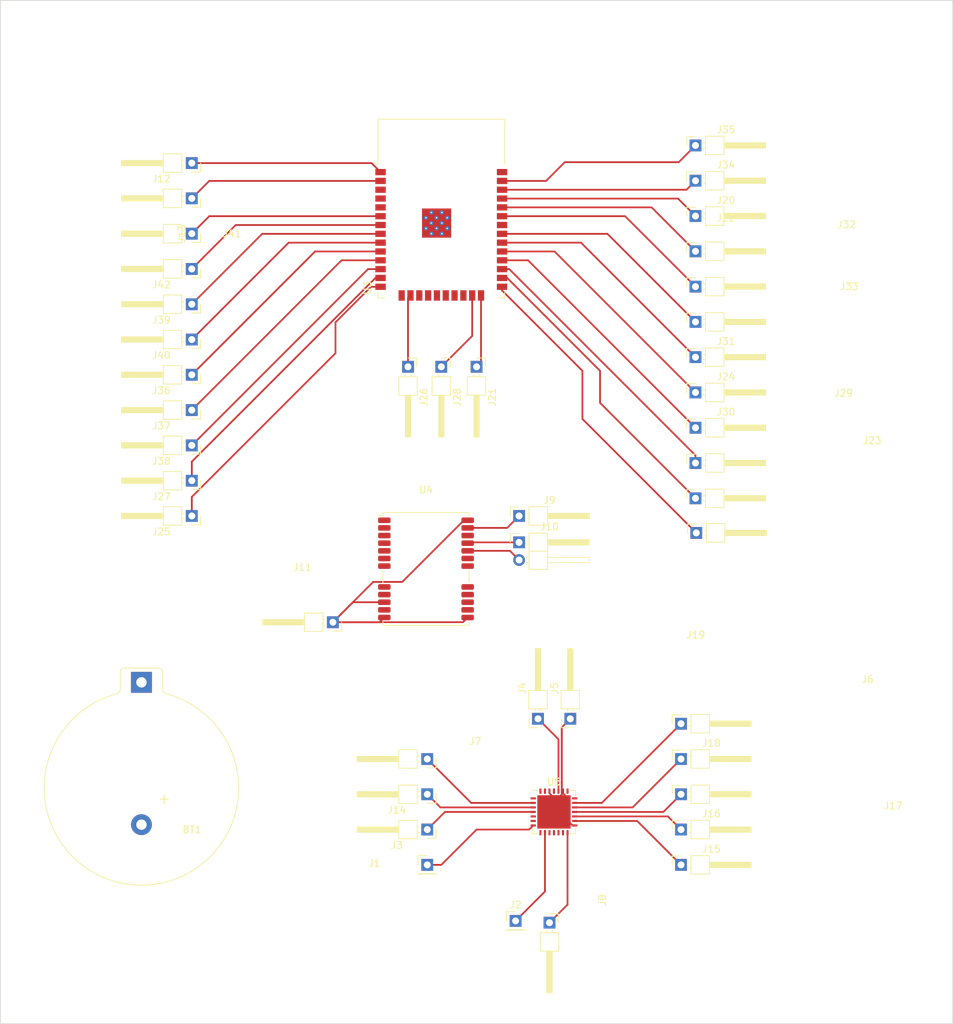
<source format=kicad_pcb>
(kicad_pcb (version 20221018) (generator pcbnew)
  (layers (0 "F.Cu" signal) (31 "B.Cu" signal) (34 "B.Paste" user) (35 "F.Paste" user) (36 "B.SilkS" user "B.Silkscreen") (37 "F.SilkS" user "F.Silkscreen") (38 "B.Mask" user) (39 "F.Mask" user) (44 "Edge.Cuts" user))
  (net 0 "")
  (net 1 "Net-(J1-Pin_1)")
  (net 2 "Net-(J2-Pin_1)")
  (net 3 "Net-(J3-Pin_1)")
  (net 4 "Net-(J6-Pin_1)")
  (net 5 "Net-(J7-Pin_1)")
  (net 6 "Net-(J10-Pin_2)")
  (net 7 "Net-(J10-Pin_1)")
  (net 8 "Net-(J8-Pin_1)")
  (net 50 "Net-(J13-Pin_1)")
  (net 51 "Net-(J12-Pin_1)")
  (net 52 "Net-(J11-Pin_1)")
  (net 53 "Net-(J4-Pin_1)")
  (net 54 "Net-(J5-Pin_1)")
  (net 55 "Net-(J9-Pin_1)")
  (net 56 "Net-(J14-Pin_1)")
  (net 57 "Net-(J15-Pin_1)")
  (net 58 "Net-(J16-Pin_1)")
  (net 59 "Net-(J17-Pin_1)")
  (net 60 "Net-(J18-Pin_1)")
  (net 61 "Net-(J19-Pin_1)")
  (net 62 "Net-(J20-Pin_1)")
  (net 63 "Net-(J21-Pin_1)")
  (net 64 "Net-(J22-Pin_1)")
  (net 65 "Net-(J23-Pin_1)")
  (net 66 "Net-(J24-Pin_1)")
  (net 67 "Net-(J25-Pin_1)")
  (net 68 "Net-(J26-Pin_1)")
  (net 69 "Net-(J27-Pin_1)")
  (net 70 "Net-(J28-Pin_1)")
  (net 71 "Net-(J29-Pin_1)")
  (net 72 "Net-(J30-Pin_1)")
  (net 73 "Net-(J31-Pin_1)")
  (net 74 "Net-(J32-Pin_1)")
  (net 75 "Net-(J33-Pin_1)")
  (net 76 "Net-(J34-Pin_1)")
  (net 77 "Net-(J35-Pin_1)")
  (net 78 "Net-(J36-Pin_1)")
  (net 79 "Net-(J37-Pin_1)")
  (net 80 "Net-(J38-Pin_1)")
  (net 81 "Net-(J39-Pin_1)")
  (net 82 "Net-(J40-Pin_1)")
  (net 83 "Net-(J41-Pin_1)")
  (net 84 "Net-(J42-Pin_1)")
  (footprint "Connector_PinHeader_2.54mm:PinHeader_1x01_P2.54mm_Horizontal" (layer "F.Cu") (at 168.8025 91.91)
    (fp_text reference "J19" (at -0.0725 14.66042) (layer "F.SilkS"))
    (fp_text value "Conn_01x01")
    (pad "1" thru_hole rect (at 0 0) (size 1.7 1.7) (drill 1) (layers "*.Cu" "*.Mask") (net 61 "Net-(J19-Pin_1)"))
  )
  (footprint "Connector_PinHeader_2.54mm:PinHeader_1x01_P2.54mm_Horizontal" (layer "F.Cu") (at 96.15 43.75 180)
    (fp_text reference "J13" (at 1.44 -5.08 270) (layer "F.SilkS"))
    (fp_text value "Conn_01x01")
    (pad "1" thru_hole rect (at 0 0 180) (size 1.7 1.7) (drill 1) (layers "*.Cu" "*.Mask") (net 50 "Net-(J13-Pin_1)"))
  )
  (footprint "Connector_PinHeader_2.54mm:PinHeader_1x01_P2.54mm_Horizontal" (layer "F.Cu") (at 96.15 53.91 180)
    (fp_text reference "J42" (at 4.385 -2.27) (layer "F.SilkS"))
    (fp_text value "Conn_01x01")
    (pad "1" thru_hole rect (at 0 0 180) (size 1.7 1.7) (drill 1) (layers "*.Cu" "*.Mask") (net 84 "Net-(J42-Pin_1)"))
  )
  (footprint "Connector_PinHeader_2.54mm:PinHeader_1x01_P2.54mm_Horizontal" (layer "F.Cu") (at 147.655 148.025 -90)
    (fp_text reference "J8" (at -3.245 -7.62 90) (layer "F.SilkS"))
    (fp_text value "Conn_01x01")
    (pad "1" thru_hole rect (at 0 0 270) (size 1.7 1.7) (drill 1) (layers "*.Cu" "*.Mask") (net 8 "Net-(J8-Pin_1)"))
  )
  (footprint "Connector_PinHeader_2.54mm:PinHeader_1x01_P2.54mm_Horizontal" (layer "F.Cu") (at 130.06 134.62 180)
    (fp_text reference "J3" (at 4.385 -2.27) (layer "F.SilkS"))
    (fp_text value "Conn_01x01")
    (pad "1" thru_hole rect (at 0 0 180) (size 1.7 1.7) (drill 1) (layers "*.Cu" "*.Mask") (net 3 "Net-(J3-Pin_1)"))
  )
  (footprint "Connector_PinHeader_2.54mm:PinHeader_1x01_P2.54mm_Horizontal" (layer "F.Cu") (at 96.15 79.31 180)
    (fp_text reference "J38" (at 4.385 -2.27) (layer "F.SilkS"))
    (fp_text value "Conn_01x01")
    (pad "1" thru_hole rect (at 0 0 180) (size 1.7 1.7) (drill 1) (layers "*.Cu" "*.Mask") (net 80 "Net-(J38-Pin_1)"))
  )
  (footprint "Connector_PinHeader_2.54mm:PinHeader_1x01_P2.54mm_Horizontal" (layer "F.Cu") (at 130.06 124.46 180)
    (fp_text reference "J7" (at -6.915 2.54) (layer "F.SilkS"))
    (fp_text value "Conn_01x01")
    (pad "1" thru_hole rect (at 0 0 180) (size 1.7 1.7) (drill 1) (layers "*.Cu" "*.Mask") (net 5 "Net-(J7-Pin_1)"))
  )
  (footprint "Connector_PinHeader_2.54mm:PinHeader_1x01_P2.54mm_Horizontal" (layer "F.Cu") (at 168.68 41.21)
    (fp_text reference "J34" (at 4.385 -2.27) (layer "F.SilkS"))
    (fp_text value "Conn_01x01")
    (pad "1" thru_hole rect (at 0 0) (size 1.7 1.7) (drill 1) (layers "*.Cu" "*.Mask") (net 76 "Net-(J34-Pin_1)"))
  )
  (footprint "Connector_PinHeader_2.54mm:PinHeader_1x01_P2.54mm_Horizontal" (layer "F.Cu") (at 143.28 89.47)
    (fp_text reference "J9" (at 4.385 -2.27) (layer "F.SilkS"))
    (fp_text value "Conn_01x01")
    (pad "1" thru_hole rect (at 0 0) (size 1.7 1.7) (drill 1) (layers "*.Cu" "*.Mask") (net 55 "Net-(J9-Pin_1)"))
  )
  (footprint "Connector_PinHeader_2.54mm:PinHeader_1x01_P2.54mm_Horizontal" (layer "F.Cu") (at 168.68 36.13)
    (fp_text reference "J35" (at 4.385 -2.27) (layer "F.SilkS"))
    (fp_text value "Conn_01x01")
    (pad "1" thru_hole rect (at 0 0) (size 1.7 1.7) (drill 1) (layers "*.Cu" "*.Mask") (net 77 "Net-(J35-Pin_1)"))
  )
  (footprint "Connector_PinHeader_2.54mm:PinHeader_1x01_P2.54mm_Horizontal" (layer "F.Cu") (at 132.08 67.99458 -90)
    (fp_text reference "J28" (at 4.385 -2.27 90) (layer "F.SilkS"))
    (fp_text value "Conn_01x01")
    (pad "1" thru_hole rect (at 0 0 270) (size 1.7 1.7) (drill 1) (layers "*.Cu" "*.Mask") (net 70 "Net-(J28-Pin_1)"))
  )
  (footprint "RF_Module:ESP32-WROOM-32" (layer "F.Cu") (at 132.08 48.215)
    (fp_text reference "U3" (at -10.61 8.43 90) (layer "F.SilkS"))
    (fp_text value "ESP32-WROOM-32")
    (pad "1" smd rect (at -8.75 -8.25) (size 1.5 0.9) (layers "F.Cu" "F.Paste" "F.Mask") (net 51 "Net-(J12-Pin_1)"))
    (pad "2" smd rect (at -8.75 -6.98) (size 1.5 0.9) (layers "F.Cu" "F.Paste" "F.Mask") (net 50 "Net-(J13-Pin_1)"))
    (pad "3" smd rect (at -8.75 -5.71) (size 1.5 0.9) (layers "F.Cu" "F.Paste" "F.Mask"))
    (pad "4" smd rect (at -8.75 -4.44) (size 1.5 0.9) (layers "F.Cu" "F.Paste" "F.Mask"))
    (pad "5" smd rect (at -8.75 -3.17) (size 1.5 0.9) (layers "F.Cu" "F.Paste" "F.Mask"))
    (pad "6" smd rect (at -8.75 -1.9) (size 1.5 0.9) (layers "F.Cu" "F.Paste" "F.Mask") (net 83 "Net-(J41-Pin_1)"))
    (pad "7" smd rect (at -8.75 -0.63) (size 1.5 0.9) (layers "F.Cu" "F.Paste" "F.Mask") (net 84 "Net-(J42-Pin_1)"))
    (pad "8" smd rect (at -8.75 0.64) (size 1.5 0.9) (layers "F.Cu" "F.Paste" "F.Mask") (net 81 "Net-(J39-Pin_1)"))
    (pad "9" smd rect (at -8.75 1.91) (size 1.5 0.9) (layers "F.Cu" "F.Paste" "F.Mask") (net 82 "Net-(J40-Pin_1)"))
    (pad "10" smd rect (at -8.75 3.18) (size 1.5 0.9) (layers "F.Cu" "F.Paste" "F.Mask") (net 78 "Net-(J36-Pin_1)"))
    (pad "11" smd rect (at -8.75 4.45) (size 1.5 0.9) (layers "F.Cu" "F.Paste" "F.Mask") (net 79 "Net-(J37-Pin_1)"))
    (pad "12" smd rect (at -8.75 5.72) (size 1.5 0.9) (layers "F.Cu" "F.Paste" "F.Mask") (net 80 "Net-(J38-Pin_1)"))
    (pad "13" smd rect (at -8.75 6.99) (size 1.5 0.9) (layers "F.Cu" "F.Paste" "F.Mask") (net 69 "Net-(J27-Pin_1)"))
    (pad "14" smd rect (at -8.75 8.26) (size 1.5 0.9) (layers "F.Cu" "F.Paste" "F.Mask") (net 67 "Net-(J25-Pin_1)"))
    (pad "15" smd rect (at -5.71 9.51 90) (size 1.5 0.9) (layers "F.Cu" "F.Paste" "F.Mask") (net 51 "Net-(J12-Pin_1)"))
    (pad "16" smd rect (at -4.44 9.51 90) (size 1.5 0.9) (layers "F.Cu" "F.Paste" "F.Mask") (net 68 "Net-(J26-Pin_1)"))
    (pad "17" smd rect (at -3.17 9.51 90) (size 1.5 0.9) (layers "F.Cu" "F.Paste" "F.Mask"))
    (pad "18" smd rect (at -1.9 9.51 90) (size 1.5 0.9) (layers "F.Cu" "F.Paste" "F.Mask"))
    (pad "19" smd rect (at -0.63 9.51 90) (size 1.5 0.9) (layers "F.Cu" "F.Paste" "F.Mask"))
    (pad "20" smd rect (at 0.64 9.51 90) (size 1.5 0.9) (layers "F.Cu" "F.Paste" "F.Mask"))
    (pad "21" smd rect (at 1.91 9.51 90) (size 1.5 0.9) (layers "F.Cu" "F.Paste" "F.Mask"))
    (pad "22" smd rect (at 3.18 9.51 90) (size 1.5 0.9) (layers "F.Cu" "F.Paste" "F.Mask"))
    (pad "23" smd rect (at 4.45 9.51 90) (size 1.5 0.9) (layers "F.Cu" "F.Paste" "F.Mask") (net 70 "Net-(J28-Pin_1)"))
    (pad "24" smd rect (at 5.72 9.51 90) (size 1.5 0.9) (layers "F.Cu" "F.Paste" "F.Mask") (net 63 "Net-(J21-Pin_1)"))
    (pad "25" smd rect (at 8.75 8.26) (size 1.5 0.9) (layers "F.Cu" "F.Paste" "F.Mask") (net 61 "Net-(J19-Pin_1)"))
    (pad "26" smd rect (at 8.75 6.99) (size 1.5 0.9) (layers "F.Cu" "F.Paste" "F.Mask") (net 65 "Net-(J23-Pin_1)"))
    (pad "27" smd rect (at 8.75 5.72) (size 1.5 0.9) (layers "F.Cu" "F.Paste" "F.Mask") (net 71 "Net-(J29-Pin_1)"))
    (pad "28" smd rect (at 8.75 4.45) (size 1.5 0.9) (layers "F.Cu" "F.Paste" "F.Mask") (net 72 "Net-(J30-Pin_1)"))
    (pad "29" smd rect (at 8.75 3.18) (size 1.5 0.9) (layers "F.Cu" "F.Paste" "F.Mask") (net 66 "Net-(J24-Pin_1)"))
    (pad "30" smd rect (at 8.75 1.91) (size 1.5 0.9) (layers "F.Cu" "F.Paste" "F.Mask") (net 73 "Net-(J31-Pin_1)"))
    (pad "31" smd rect (at 8.75 0.64) (size 1.5 0.9) (layers "F.Cu" "F.Paste" "F.Mask") (net 74 "Net-(J32-Pin_1)"))
    (pad "32" smd rect (at 8.75 -0.63) (size 1.5 0.9) (layers "F.Cu" "F.Paste" "F.Mask"))
    (pad "33" smd rect (at 8.75 -1.9) (size 1.5 0.9) (layers "F.Cu" "F.Paste" "F.Mask") (net 75 "Net-(J33-Pin_1)"))
    (pad "34" smd rect (at 8.75 -3.17) (size 1.5 0.9) (layers "F.Cu" "F.Paste" "F.Mask") (net 64 "Net-(J22-Pin_1)"))
    (pad "35" smd rect (at 8.75 -4.44) (size 1.5 0.9) (layers "F.Cu" "F.Paste" "F.Mask") (net 62 "Net-(J20-Pin_1)"))
    (pad "36" smd rect (at 8.75 -5.71) (size 1.5 0.9) (layers "F.Cu" "F.Paste" "F.Mask") (net 76 "Net-(J34-Pin_1)"))
    (pad "37" smd rect (at 8.75 -6.98) (size 1.5 0.9) (layers "F.Cu" "F.Paste" "F.Mask") (net 77 "Net-(J35-Pin_1)"))
    (pad "38" smd rect (at 8.75 -8.25) (size 1.5 0.9) (layers "F.Cu" "F.Paste" "F.Mask") (net 51 "Net-(J12-Pin_1)"))
    (pad "39" smd rect (at -2.205 -2.435) (size 1.05 1.05) (layers "F.Cu" "F.Paste") (net 51 "Net-(J12-Pin_1)"))
    (pad "39" thru_hole circle (at -2.205 -1.6725) (size 0.6 0.6) (drill 0.2) (property pad_prop_heatsink) (layers "*.Cu" "F.Mask") (net 51 "Net-(J12-Pin_1)"))
    (pad "39" smd rect (at -2.205 -0.91) (size 1.05 1.05) (layers "F.Cu" "F.Paste") (net 51 "Net-(J12-Pin_1)"))
    (pad "39" thru_hole circle (at -2.205 -0.1475) (size 0.6 0.6) (drill 0.2) (property pad_prop_heatsink) (layers "*.Cu" "F.Mask") (net 51 "Net-(J12-Pin_1)"))
    (pad "39" smd rect (at -2.205 0.615) (size 1.05 1.05) (layers "F.Cu" "F.Paste") (net 51 "Net-(J12-Pin_1)"))
    (pad "39" thru_hole circle (at -1.4425 -2.435) (size 0.6 0.6) (drill 0.2) (property pad_prop_heatsink) (layers "*.Cu" "F.Mask") (net 51 "Net-(J12-Pin_1)"))
    (pad "39" thru_hole circle (at -1.4425 -0.91) (size 0.6 0.6) (drill 0.2) (property pad_prop_heatsink) (layers "*.Cu" "F.Mask") (net 51 "Net-(J12-Pin_1)"))
    (pad "39" thru_hole circle (at -1.4425 0.615) (size 0.6 0.6) (drill 0.2) (property pad_prop_heatsink) (layers "*.Cu" "F.Mask") (net 51 "Net-(J12-Pin_1)"))
    (pad "39" smd rect (at -0.68 -2.435) (size 1.05 1.05) (layers "F.Cu" "F.Paste") (net 51 "Net-(J12-Pin_1)"))
    (pad "39" thru_hole circle (at -0.68 -1.6725) (size 0.6 0.6) (drill 0.2) (property pad_prop_heatsink) (layers "*.Cu" "F.Mask") (net 51 "Net-(J12-Pin_1)"))
    (pad "39" smd rect (at -0.68 -0.91) (size 1.05 1.05) (layers "F.Cu" "F.Paste") (net 51 "Net-(J12-Pin_1)"))
    (pad "39" smd rect (at -0.68 -0.91) (size 4.2 4.2) (layers "F.Cu" "F.Mask") (net 51 "Net-(J12-Pin_1)"))
    (pad "39" thru_hole circle (at -0.68 -0.1475) (size 0.6 0.6) (drill 0.2) (property pad_prop_heatsink) (layers "*.Cu" "F.Mask") (net 51 "Net-(J12-Pin_1)"))
    (pad "39" smd rect (at -0.68 0.615) (size 1.05 1.05) (layers "F.Cu" "F.Paste") (net 51 "Net-(J12-Pin_1)"))
    (pad "39" thru_hole circle (at 0.0825 -2.435) (size 0.6 0.6) (drill 0.2) (property pad_prop_heatsink) (layers "*.Cu" "F.Mask") (net 51 "Net-(J12-Pin_1)"))
    (pad "39" thru_hole circle (at 0.0825 -0.91) (size 0.6 0.6) (drill 0.2) (property pad_prop_heatsink) (layers "*.Cu" "F.Mask") (net 51 "Net-(J12-Pin_1)"))
    (pad "39" thru_hole circle (at 0.0825 0.615) (size 0.6 0.6) (drill 0.2) (property pad_prop_heatsink) (layers "*.Cu" "F.Mask") (net 51 "Net-(J12-Pin_1)"))
    (pad "39" smd rect (at 0.845 -2.435) (size 1.05 1.05) (layers "F.Cu" "F.Paste") (net 51 "Net-(J12-Pin_1)"))
    (pad "39" thru_hole circle (at 0.845 -1.6725) (size 0.6 0.6) (drill 0.2) (property pad_prop_heatsink) (layers "*.Cu" "F.Mask") (net 51 "Net-(J12-Pin_1)"))
    (pad "39" smd rect (at 0.845 -0.91) (size 1.05 1.05) (layers "F.Cu" "F.Paste") (net 51 "Net-(J12-Pin_1)"))
    (pad "39" thru_hole circle (at 0.845 -0.1475) (size 0.6 0.6) (drill 0.2) (property pad_prop_heatsink) (layers "*.Cu" "F.Mask") (net 51 "Net-(J12-Pin_1)"))
    (pad "39" smd rect (at 0.845 0.615) (size 1.05 1.05) (layers "F.Cu" "F.Paste") (net 51 "Net-(J12-Pin_1)"))
  )
  (footprint "Connector_PinHeader_2.54mm:PinHeader_1x01_P2.54mm_Horizontal" (layer "F.Cu") (at 96.15 74.23 180)
    (fp_text reference "J37" (at 4.385 -2.27) (layer "F.SilkS"))
    (fp_text value "Conn_01x01")
    (pad "1" thru_hole rect (at 0 0 180) (size 1.7 1.7) (drill 1) (layers "*.Cu" "*.Mask") (net 79 "Net-(J37-Pin_1)"))
  )
  (footprint "Connector_PinHeader_2.54mm:PinHeader_1x01_P2.54mm_Horizontal" (layer "F.Cu") (at 168.68 56.45)
    (fp_text reference "J33" (at 22.155 0) (layer "F.SilkS"))
    (fp_text value "Conn_01x01")
    (pad "1" thru_hole rect (at 0 0) (size 1.7 1.7) (drill 1) (layers "*.Cu" "*.Mask") (net 75 "Net-(J33-Pin_1)"))
  )
  (footprint "Connector_PinHeader_2.54mm:PinHeader_1x01_P2.54mm_Horizontal" (layer "F.Cu") (at 116.47 104.77 180)
    (fp_text reference "J11" (at 4.385 7.89) (layer "F.SilkS"))
    (fp_text value "Conn_01x01")
    (pad "1" thru_hole rect (at 0 0 180) (size 1.7 1.7) (drill 1) (layers "*.Cu" "*.Mask") (net 52 "Net-(J11-Pin_1)"))
  )
  (footprint "Connector_PinHeader_2.54mm:PinHeader_1x01_P2.54mm_Horizontal" (layer "F.Cu") (at 168.68 81.85)
    (fp_text reference "J29" (at 21.3325 -10.06) (layer "F.SilkS"))
    (fp_text value "Conn_01x01")
    (pad "1" thru_hole rect (at 0 0) (size 1.7 1.7) (drill 1) (layers "*.Cu" "*.Mask") (net 71 "Net-(J29-Pin_1)"))
  )
  (footprint "Connector_PinHeader_2.54mm:PinHeader_1x01_P2.54mm_Horizontal" (layer "F.Cu") (at 168.68 61.53)
    (fp_text reference "J32" (at 21.7625 -14.01) (layer "F.SilkS"))
    (fp_text value "Conn_01x01")
    (pad "1" thru_hole rect (at 0 0) (size 1.7 1.7) (drill 1) (layers "*.Cu" "*.Mask") (net 74 "Net-(J32-Pin_1)"))
  )
  (footprint "Connector_PinHeader_2.54mm:PinHeader_1x01_P2.54mm_Horizontal" (layer "F.Cu") (at 146.005 118.675 90)
    (fp_text reference "J4" (at 4.385 -2.27 90) (layer "F.SilkS"))
    (fp_text value "Conn_01x01")
    (pad "1" thru_hole rect (at 0 0 90) (size 1.7 1.7) (drill 1) (layers "*.Cu" "*.Mask") (net 53 "Net-(J4-Pin_1)"))
  )
  (footprint "Connector_PinHeader_2.54mm:PinHeader_1x01_P2.54mm_Horizontal" (layer "F.Cu") (at 168.68 51.37)
    (fp_text reference "J22" (at 4.385 -4.81) (layer "F.SilkS"))
    (fp_text value "Conn_01x01")
    (pad "1" thru_hole rect (at 0 0) (size 1.7 1.7) (drill 1) (layers "*.Cu" "*.Mask") (net 64 "Net-(J22-Pin_1)"))
  )
  (footprint "Connector_PinHeader_2.54mm:PinHeader_1x01_P2.54mm_Horizontal" (layer "F.Cu") (at 96.15 89.47 180)
    (fp_text reference "J25" (at 4.385 -2.27) (layer "F.SilkS"))
    (fp_text value "Conn_01x01")
    (pad "1" thru_hole rect (at 0 0 180) (size 1.7 1.7) (drill 1) (layers "*.Cu" "*.Mask") (net 67 "Net-(J25-Pin_1)"))
  )
  (footprint "Connector_PinHeader_2.54mm:PinHeader_1x02_P2.54mm_Horizontal" (layer "F.Cu") (at 143.28 93.275)
    (fp_text reference "J10" (at 4.385 -2.27) (layer "F.SilkS"))
    (fp_text value "Conn_01x02")
    (pad "1" thru_hole rect (at 0 0) (size 1.7 1.7) (drill 1) (layers "*.Cu" "*.Mask") (net 7 "Net-(J10-Pin_1)"))
    (pad "2" thru_hole oval (at 0 2.54) (size 1.7 1.7) (drill 1) (layers "*.Cu" "*.Mask") (net 6 "Net-(J10-Pin_2)"))
  )
  (footprint "Connector_PinHeader_2.54mm:PinHeader_1x01_P2.54mm_Horizontal" (layer "F.Cu") (at 168.68 76.77)
    (fp_text reference "J30" (at 4.385 -2.27) (layer "F.SilkS"))
    (fp_text value "Conn_01x01")
    (pad "1" thru_hole rect (at 0 0) (size 1.7 1.7) (drill 1) (layers "*.Cu" "*.Mask") (net 72 "Net-(J30-Pin_1)"))
  )
  (footprint "Connector_PinHeader_2.54mm:PinHeader_1x01_P2.54mm_Horizontal" (layer "F.Cu") (at 96.15 48.83 180)
    (fp_text reference "J41" (at -5.785 0) (layer "F.SilkS"))
    (fp_text value "Conn_01x01")
    (pad "1" thru_hole rect (at 0 0 180) (size 1.7 1.7) (drill 1) (layers "*.Cu" "*.Mask") (net 83 "Net-(J41-Pin_1)"))
  )
  (footprint "Connector_PinHeader_2.54mm:PinHeader_1x01_P2.54mm_Horizontal" (layer "F.Cu") (at 137.16 67.99458 -90)
    (fp_text reference "J21" (at 4.385 -2.27 90) (layer "F.SilkS"))
    (fp_text value "Conn_01x01")
    (pad "1" thru_hole rect (at 0 0 270) (size 1.7 1.7) (drill 1) (layers "*.Cu" "*.Mask") (net 63 "Net-(J21-Pin_1)"))
  )
  (footprint "Connector_PinHeader_2.54mm:PinHeader_1x01_P2.54mm_Horizontal" (layer "F.Cu") (at 96.15 58.99 180)
    (fp_text reference "J39" (at 4.385 -2.27) (layer "F.SilkS"))
    (fp_text value "Conn_01x01")
    (pad "1" thru_hole rect (at 0 0 180) (size 1.7 1.7) (drill 1) (layers "*.Cu" "*.Mask") (net 81 "Net-(J39-Pin_1)"))
  )
  (footprint "Connector_PinHeader_2.54mm:PinHeader_1x01_P2.54mm_Horizontal" (layer "F.Cu") (at 166.6 129.54)
    (fp_text reference "J17" (at 30.545 1.66458) (layer "F.SilkS"))
    (fp_text value "Conn_01x01")
    (pad "1" thru_hole rect (at 0 0) (size 1.7 1.7) (drill 1) (layers "*.Cu" "*.Mask") (net 59 "Net-(J17-Pin_1)"))
  )
  (footprint "RF_GPS:ublox_NEO" (layer "F.Cu") (at 129.875 97.09)
    (fp_text reference "U4" (at 0.01 -11.38) (layer "F.SilkS"))
    (fp_text value "NEO-6M-GPS")
    (pad "1" smd roundrect (at -6 -7) (size 1.8 0.8) (layers "F.Cu" "F.Paste" "F.Mask"))
    (pad "2" smd roundrect (at -6 -5.9) (size 1.8 0.8) (layers "F.Cu" "F.Paste" "F.Mask"))
    (pad "3" smd roundrect (at -6 -4.8) (size 1.8 0.8) (layers "F.Cu" "F.Paste" "F.Mask"))
    (pad "4" smd roundrect (at -6 -3.7) (size 1.8 0.8) (layers "F.Cu" "F.Paste" "F.Mask"))
    (pad "5" smd roundrect (at -6 -2.6) (size 1.8 0.8) (layers "F.Cu" "F.Paste" "F.Mask"))
    (pad "6" smd roundrect (at -6 -1.5) (size 1.8 0.8) (layers "F.Cu" "F.Paste" "F.Mask"))
    (pad "7" smd roundrect (at -6 -0.4) (size 1.8 0.8) (layers "F.Cu" "F.Paste" "F.Mask"))
    (pad "8" smd roundrect (at -6 2.6) (size 1.8 0.8) (layers "F.Cu" "F.Paste" "F.Mask"))
    (pad "9" smd roundrect (at -6 3.7) (size 1.8 0.8) (layers "F.Cu" "F.Paste" "F.Mask"))
    (pad "10" smd roundrect (at -6 4.8) (size 1.8 0.8) (layers "F.Cu" "F.Paste" "F.Mask") (net 52 "Net-(J11-Pin_1)"))
    (pad "11" smd roundrect (at -6 5.9) (size 1.8 0.8) (layers "F.Cu" "F.Paste" "F.Mask"))
    (pad "12" smd roundrect (at -6 7) (size 1.8 0.8) (layers "F.Cu" "F.Paste" "F.Mask") (net 52 "Net-(J11-Pin_1)"))
    (pad "13" smd roundrect (at 6 7) (size 1.8 0.8) (layers "F.Cu" "F.Paste" "F.Mask") (net 52 "Net-(J11-Pin_1)"))
    (pad "14" smd roundrect (at 6 5.9) (size 1.8 0.8) (layers "F.Cu" "F.Paste" "F.Mask"))
    (pad "15" smd roundrect (at 6 4.8) (size 1.8 0.8) (layers "F.Cu" "F.Paste" "F.Mask"))
    (pad "16" smd roundrect (at 6 3.7) (size 1.8 0.8) (layers "F.Cu" "F.Paste" "F.Mask"))
    (pad "17" smd roundrect (at 6 2.6) (size 1.8 0.8) (layers "F.Cu" "F.Paste" "F.Mask"))
    (pad "18" smd roundrect (at 6 -0.4) (size 1.8 0.8) (layers "F.Cu" "F.Paste" "F.Mask"))
    (pad "19" smd roundrect (at 6 -1.5) (size 1.8 0.8) (layers "F.Cu" "F.Paste" "F.Mask"))
    (pad "20" smd roundrect (at 6 -2.6) (size 1.8 0.8) (layers "F.Cu" "F.Paste" "F.Mask") (net 6 "Net-(J10-Pin_2)"))
    (pad "21" smd roundrect (at 6 -3.7) (size 1.8 0.8) (layers "F.Cu" "F.Paste" "F.Mask") (net 7 "Net-(J10-Pin_1)"))
    (pad "22" smd roundrect (at 6 -4.8) (size 1.8 0.8) (layers "F.Cu" "F.Paste" "F.Mask"))
    (pad "23" smd roundrect (at 6 -5.9) (size 1.8 0.8) (layers "F.Cu" "F.Paste" "F.Mask") (net 55 "Net-(J9-Pin_1)"))
    (pad "24" smd roundrect (at 6 -7) (size 1.8 0.8) (layers "F.Cu" "F.Paste" "F.Mask") (net 52 "Net-(J11-Pin_1)"))
  )
  (footprint "Connector_PinHeader_2.54mm:PinHeader_1x01_P2.54mm_Horizontal" (layer "F.Cu") (at 168.68 71.69)
    (fp_text reference "J24" (at 4.385 -2.27) (layer "F.SilkS"))
    (fp_text value "Conn_01x01")
    (pad "1" thru_hole rect (at 0 0) (size 1.7 1.7) (drill 1) (layers "*.Cu" "*.Mask") (net 66 "Net-(J24-Pin_1)"))
  )
  (footprint "Connector_PinHeader_2.54mm:PinHeader_1x01_P2.54mm_Vertical" (layer "F.Cu") (at 142.7775 147.7675)
    (fp_text reference "J2" (at 0 -2.33) (layer "F.SilkS"))
    (fp_text value "Conn_01x01")
    (pad "1" thru_hole rect (at 0 0) (size 1.7 1.7) (drill 1) (layers "*.Cu" "*.Mask") (net 2 "Net-(J2-Pin_1)"))
  )
  (footprint "Connector_PinHeader_2.54mm:PinHeader_1x01_P2.54mm_Horizontal" (layer "F.Cu") (at 166.6 139.7)
    (fp_text reference "J15" (at 4.385 -2.27) (layer "F.SilkS"))
    (fp_text value "Conn_01x01")
    (pad "1" thru_hole rect (at 0 0) (size 1.7 1.7) (drill 1) (layers "*.Cu" "*.Mask") (net 57 "Net-(J15-Pin_1)"))
  )
  (footprint "Connector_PinHeader_2.54mm:PinHeader_1x01_P2.54mm_Horizontal" (layer "F.Cu") (at 130.06 129.54 180)
    (fp_text reference "J14" (at 4.385 -2.27) (layer "F.SilkS"))
    (fp_text value "Conn_01x01")
    (pad "1" thru_hole rect (at 0 0 180) (size 1.7 1.7) (drill 1) (layers "*.Cu" "*.Mask") (net 56 "Net-(J14-Pin_1)"))
  )
  (footprint "Connector_PinHeader_2.54mm:PinHeader_1x01_P2.54mm_Horizontal" (layer "F.Cu") (at 96.15 69.15 180)
    (fp_text reference "J36" (at 4.385 -2.27) (layer "F.SilkS"))
    (fp_text value "Conn_01x01")
    (pad "1" thru_hole rect (at 0 0 180) (size 1.7 1.7) (drill 1) (layers "*.Cu" "*.Mask") (net 78 "Net-(J36-Pin_1)"))
  )
  (footprint "Connector_PinHeader_2.54mm:PinHeader_1x01_P2.54mm_Horizontal" (layer "F.Cu") (at 166.6 134.62)
    (fp_text reference "J16" (at 4.385 -2.27) (layer "F.SilkS"))
    (fp_text value "Conn_01x01")
    (pad "1" thru_hole rect (at 0 0) (size 1.7 1.7) (drill 1) (layers "*.Cu" "*.Mask") (net 58 "Net-(J16-Pin_1)"))
  )
  (footprint "Connector_PinHeader_2.54mm:PinHeader_1x01_P2.54mm_Horizontal" (layer "F.Cu") (at 168.68 86.93)
    (fp_text reference "J23" (at 25.45 -8.29958) (layer "F.SilkS"))
    (fp_text value "Conn_01x01")
    (pad "1" thru_hole rect (at 0 0) (size 1.7 1.7) (drill 1) (layers "*.Cu" "*.Mask") (net 65 "Net-(J23-Pin_1)"))
  )
  (footprint "Package_DFN_QFN:QFN-28-1EP_6x6mm_P0.65mm_EP4.8x4.8mm" (layer "F.Cu") (at 148.305 132.08)
    (fp_text reference "U5" (at 0 -4.32) (layer "F.SilkS"))
    (fp_text value "SX1276")
    (pad "1" smd roundrect (at -2.9875 -1.95) (size 0.775 0.3) (layers "F.Cu" "F.Paste" "F.Mask"))
    (pad "2" smd roundrect (at -2.9875 -1.3) (size 0.775 0.3) (layers "F.Cu" "F.Paste" "F.Mask") (net 5 "Net-(J7-Pin_1)"))
    (pad "3" smd roundrect (at -2.9875 -0.65) (size 0.775 0.3) (layers "F.Cu" "F.Paste" "F.Mask") (net 56 "Net-(J14-Pin_1)"))
    (pad "4" smd roundrect (at -2.9875 0) (size 0.775 0.3) (layers "F.Cu" "F.Paste" "F.Mask") (net 3 "Net-(J3-Pin_1)"))
    (pad "5" smd roundrect (at -2.9875 0.65) (size 0.775 0.3) (layers "F.Cu" "F.Paste" "F.Mask"))
    (pad "6" smd roundrect (at -2.9875 1.3) (size 0.775 0.3) (layers "F.Cu" "F.Paste" "F.Mask"))
    (pad "7" smd roundrect (at -2.9875 1.95) (size 0.775 0.3) (layers "F.Cu" "F.Paste" "F.Mask") (net 1 "Net-(J1-Pin_1)"))
    (pad "8" smd roundrect (at -1.95 2.9875) (size 0.3 0.775) (layers "F.Cu" "F.Paste" "F.Mask"))
    (pad "9" smd roundrect (at -1.3 2.9875) (size 0.3 0.775) (layers "F.Cu" "F.Paste" "F.Mask") (net 2 "Net-(J2-Pin_1)"))
    (pad "10" smd roundrect (at -0.65 2.9875) (size 0.3 0.775) (layers "F.Cu" "F.Paste" "F.Mask"))
    (pad "11" smd roundrect (at 0 2.9875) (size 0.3 0.775) (layers "F.Cu" "F.Paste" "F.Mask"))
    (pad "12" smd roundrect (at 0.65 2.9875) (size 0.3 0.775) (layers "F.Cu" "F.Paste" "F.Mask"))
    (pad "13" smd roundrect (at 1.3 2.9875) (size 0.3 0.775) (layers "F.Cu" "F.Paste" "F.Mask"))
    (pad "14" smd roundrect (at 1.95 2.9875) (size 0.3 0.775) (layers "F.Cu" "F.Paste" "F.Mask") (net 8 "Net-(J8-Pin_1)"))
    (pad "15" smd roundrect (at 2.9875 1.95) (size 0.775 0.3) (layers "F.Cu" "F.Paste" "F.Mask") (net 54 "Net-(J5-Pin_1)"))
    (pad "16" smd roundrect (at 2.9875 1.3) (size 0.775 0.3) (layers "F.Cu" "F.Paste" "F.Mask") (net 57 "Net-(J15-Pin_1)"))
    (pad "17" smd roundrect (at 2.9875 0.65) (size 0.775 0.3) (layers "F.Cu" "F.Paste" "F.Mask") (net 58 "Net-(J16-Pin_1)"))
    (pad "18" smd roundrect (at 2.9875 0) (size 0.775 0.3) (layers "F.Cu" "F.Paste" "F.Mask") (net 59 "Net-(J17-Pin_1)"))
    (pad "19" smd roundrect (at 2.9875 -0.65) (size 0.775 0.3) (layers "F.Cu" "F.Paste" "F.Mask") (net 60 "Net-(J18-Pin_1)"))
    (pad "20" smd roundrect (at 2.9875 -1.3) (size 0.775 0.3) (layers "F.Cu" "F.Paste" "F.Mask") (net 4 "Net-(J6-Pin_1)"))
    (pad "21" smd roundrect (at 2.9875 -1.95) (size 0.775 0.3) (layers "F.Cu" "F.Paste" "F.Mask"))
    (pad "22" smd roundrect (at 1.95 -2.9875) (size 0.3 0.775) (layers "F.Cu" "F.Paste" "F.Mask"))
    (pad "23" smd roundrect (at 1.3 -2.9875) (size 0.3 0.775) (layers "F.Cu" "F.Paste" "F.Mask") (net 54 "Net-(J5-Pin_1)"))
    (pad "24" smd roundrect (at 0.65 -2.9875) (size 0.3 0.775) (layers "F.Cu" "F.Paste" "F.Mask") (net 53 "Net-(J4-Pin_1)"))
    (pad "25" smd roundrect (at 0 -2.9875) (size 0.3 0.775) (layers "F.Cu" "F.Paste" "F.Mask"))
    (pad "26" smd roundrect (at -0.65 -2.9875) (size 0.3 0.775) (layers "F.Cu" "F.Paste" "F.Mask") (net 54 "Net-(J5-Pin_1)"))
    (pad "27" smd roundrect (at -1.3 -2.9875) (size 0.3 0.775) (layers "F.Cu" "F.Paste" "F.Mask"))
    (pad "28" smd roundrect (at -1.95 -2.9875) (size 0.3 0.775) (layers "F.Cu" "F.Paste" "F.Mask"))
    (pad "29" smd rect (at 0 0) (size 4.8 4.8) (layers "F.Cu" "F.Mask") (net 54 "Net-(J5-Pin_1)"))
  )
  (footprint "Connector_PinHeader_2.54mm:PinHeader_1x01_P2.54mm_Horizontal" (layer "F.Cu") (at 96.15 38.67 180)
    (fp_text reference "J12" (at 4.385 -2.27) (layer "F.SilkS"))
    (fp_text value "Conn_01x01")
    (pad "1" thru_hole rect (at 0 0 180) (size 1.7 1.7) (drill 1) (layers "*.Cu" "*.Mask") (net 51 "Net-(J12-Pin_1)"))
  )
  (footprint "Connector_PinHeader_2.54mm:PinHeader_1x01_P2.54mm_Horizontal" (layer "F.Cu") (at 168.68 66.61)
    (fp_text reference "J31" (at 4.385 -2.27) (layer "F.SilkS"))
    (fp_text value "Conn_01x01")
    (pad "1" thru_hole rect (at 0 0) (size 1.7 1.7) (drill 1) (layers "*.Cu" "*.Mask") (net 73 "Net-(J31-Pin_1)"))
  )
  (footprint "Connector_PinHeader_2.54mm:PinHeader_1x01_P2.54mm_Horizontal" (layer "F.Cu") (at 166.6 119.38)
    (fp_text reference "J6" (at 26.87 -6.38542) (layer "F.SilkS"))
    (fp_text value "Conn_01x01")
    (pad "1" thru_hole rect (at 0 0) (size 1.7 1.7) (drill 1) (layers "*.Cu" "*.Mask") (net 4 "Net-(J6-Pin_1)"))
  )
  (footprint "Connector_PinHeader_2.54mm:PinHeader_1x01_P2.54mm_Horizontal" (layer "F.Cu") (at 150.655 118.675 90)
    (fp_text reference "J5" (at 4.385 -2.27 90) (layer "F.SilkS"))
    (fp_text value "Conn_01x01")
    (pad "1" thru_hole rect (at 0 0 90) (size 1.7 1.7) (drill 1) (layers "*.Cu" "*.Mask") (net 54 "Net-(J5-Pin_1)"))
  )
  (footprint "Connector_PinHeader_2.54mm:PinHeader_1x01_P2.54mm_Horizontal" (layer "F.Cu") (at 96.15 64.07 180)
    (fp_text reference "J40" (at 4.385 -2.27) (layer "F.SilkS"))
    (fp_text value "Conn_01x01")
    (pad "1" thru_hole rect (at 0 0 180) (size 1.7 1.7) (drill 1) (layers "*.Cu" "*.Mask") (net 82 "Net-(J40-Pin_1)"))
  )
  (footprint "Connector_PinHeader_2.54mm:PinHeader_1x01_P2.54mm_Horizontal" (layer "F.Cu") (at 127.285 67.99458 -90)
    (fp_text reference "J26" (at 4.385 -2.27 90) (layer "F.SilkS"))
    (fp_text value "Conn_01x01")
    (pad "1" thru_hole rect (at 0 0 270) (size 1.7 1.7) (drill 1) (layers "*.Cu" "*.Mask") (net 68 "Net-(J26-Pin_1)"))
  )
  (footprint "Connector_PinHeader_2.54mm:PinHeader_1x01_P2.54mm_Vertical" (layer "F.Cu") (at 130.06 139.7)
    (fp_text reference "J1" (at -7.62 -0.22) (layer "F.SilkS"))
    (fp_text value "Conn_01x01")
    (pad "1" thru_hole rect (at 0 0) (size 1.7 1.7) (drill 1) (layers "*.Cu" "*.Mask") (net 1 "Net-(J1-Pin_1)"))
  )
  (footprint "Battery:BatteryHolder_Keystone_106_1x20mm" (layer "F.Cu") (at 88.900001 113.425 -90)
    (fp_text reference "BT1" (at 21.22 -7.27) (layer "F.SilkS"))
    (fp_text value "Battery")
    (fp_text user "+" (at 16.72 -3.27) (layer "F.SilkS") (effects (font (size 1.5 1.5))))
    (pad "1" thru_hole rect (at 0 0 270) (size 3 3) (drill 1.5) (layers "*.Cu" "*.Mask"))
    (pad "2" thru_hole circle (at 20.49 0 270) (size 3 3) (drill 1.5) (layers "*.Cu" "*.Mask"))
  )
  (footprint "Connector_PinHeader_2.54mm:PinHeader_1x01_P2.54mm_Horizontal" (layer "F.Cu") (at 166.6 124.46)
    (fp_text reference "J18" (at 4.385 -2.27) (layer "F.SilkS"))
    (fp_text value "Conn_01x01")
    (pad "1" thru_hole rect (at 0 0) (size 1.7 1.7) (drill 1) (layers "*.Cu" "*.Mask") (net 60 "Net-(J18-Pin_1)"))
  )
  (footprint "Connector_PinHeader_2.54mm:PinHeader_1x01_P2.54mm_Horizontal" (layer "F.Cu") (at 168.68 46.29)
    (fp_text reference "J20" (at 4.385 -2.27) (layer "F.SilkS"))
    (fp_text value "Conn_01x01")
    (pad "1" thru_hole rect (at 0 0) (size 1.7 1.7) (drill 1) (layers "*.Cu" "*.Mask") (net 62 "Net-(J20-Pin_1)"))
  )
  (footprint "Connector_PinHeader_2.54mm:PinHeader_1x01_P2.54mm_Horizontal" (layer "F.Cu") (at 96.15 84.39 180)
    (fp_text reference "J27" (at 4.385 -2.27) (layer "F.SilkS"))
    (fp_text value "Conn_01x01")
    (pad "1" thru_hole rect (at 0 0 180) (size 1.7 1.7) (drill 1) (layers "*.Cu" "*.Mask") (net 69 "Net-(J27-Pin_1)"))
  )
  (gr_rect (start 68.58 15.24) (end 205.74 162.56) (stroke (width 0.1)) (fill none) (layer "Edge.Cuts"))
  (segment (start 130.06 139.7) (end 132.08 139.7) (width 0.25) (layer "F.Cu") (net 1))
  (segment (start 137.16 134.62) (end 144.7275 134.62) (width 0.25) (layer "F.Cu") (net 1))
  (segment (start 132.08 139.7) (end 137.16 134.62) (width 0.25) (layer "F.Cu") (net 1))
  (segment (start 144.7275 134.62) (end 145.3175 134.03) (width 0.25) (layer "F.Cu") (net 1))
  (segment (start 147.005 143.54) (end 147.005 135.0675) (width 0.25) (layer "F.Cu") (net 2))
  (segment (start 142.7775 147.7675) (end 147.005 143.54) (width 0.25) (layer "F.Cu") (net 2))
  (segment (start 132.6 132.08) (end 145.3175 132.08) (width 0.25) (layer "F.Cu") (net 3))
  (segment (start 130.06 134.62) (end 132.6 132.08) (width 0.25) (layer "F.Cu") (net 3))
  (segment (start 155.2 130.78) (end 151.2925 130.78) (width 0.25) (layer "F.Cu") (net 4))
  (segment (start 166.6 119.38) (end 155.2 130.78) (width 0.25) (layer "F.Cu") (net 4))
  (segment (start 130.06 124.46) (end 136.38 130.78) (width 0.25) (layer "F.Cu") (net 5))
  (segment (start 136.38 130.78) (end 145.3175 130.78) (width 0.25) (layer "F.Cu") (net 5))
  (segment (start 141.955 94.49) (end 135.875 94.49) (width 0.25) (layer "F.Cu") (net 6))
  (segment (start 143.28 95.815) (end 141.955 94.49) (width 0.25) (layer "F.Cu") (net 6))
  (segment (start 135.99 93.275) (end 135.875 93.39) (width 0.25) (layer "F.Cu") (net 7))
  (segment (start 143.28 93.275) (end 135.99 93.275) (width 0.25) (layer "F.Cu") (net 7))
  (segment (start 147.655 148.025) (end 150.255 145.425) (width 0.25) (layer "F.Cu") (net 8))
  (segment (start 150.255 145.425) (end 150.255 135.0675) (width 0.25) (layer "F.Cu") (net 8))
  (segment (start 96.15 43.75) (end 98.665 41.235) (width 0.25) (layer "F.Cu") (net 50))
  (segment (start 98.665 41.235) (end 123.33 41.235) (width 0.25) (layer "F.Cu") (net 50))
  (segment (start 96.15 38.67) (end 122.035 38.67) (width 0.25) (layer "F.Cu") (net 51))
  (segment (start 122.035 38.67) (end 123.33 39.965) (width 0.25) (layer "F.Cu") (net 51))
  (segment (start 116.47 104.77) (end 135.195 104.77) (width 0.25) (layer "F.Cu") (net 52))
  (segment (start 116.47 104.77) (end 119.35 101.89) (width 0.25) (layer "F.Cu") (net 52))
  (segment (start 123.195 104.77) (end 123.875 104.09) (width 0.25) (layer "F.Cu") (net 52))
  (segment (start 116.47 104.77) (end 123.195 104.77) (width 0.25) (layer "F.Cu") (net 52))
  (segment (start 116.47 104.77) (end 122.275 98.965) (width 0.25) (layer "F.Cu") (net 52))
  (segment (start 135.195 104.77) (end 135.875 104.09) (width 0.25) (layer "F.Cu") (net 52))
  (segment (start 126.457538 98.965) (end 135.332538 90.09) (width 0.25) (layer "F.Cu") (net 52))
  (segment (start 135.332538 90.09) (end 135.875 90.09) (width 0.25) (layer "F.Cu") (net 52))
  (segment (start 122.275 98.965) (end 126.457538 98.965) (width 0.25) (layer "F.Cu") (net 52))
  (segment (start 119.35 101.89) (end 123.875 101.89) (width 0.25) (layer "F.Cu") (net 52))
  (segment (start 148.955 121.625) (end 148.955 129.0925) (width 0.25) (layer "F.Cu") (net 53))
  (segment (start 146.005 118.675) (end 148.955 121.625) (width 0.25) (layer "F.Cu") (net 53))
  (segment (start 149.195685 129.805) (end 148.064315 129.805) (width 0.25) (layer "F.Cu") (net 54))
  (segment (start 149.43 129.570685) (end 149.195685 129.805) (width 0.25) (layer "F.Cu") (net 54))
  (segment (start 149.43 119.9) (end 149.43 129.570685) (width 0.25) (layer "F.Cu") (net 54))
  (segment (start 149.43 129.220685) (end 149.86 129.650685) (width 0.25) (layer "F.Cu") (net 54))
  (segment (start 147.655 129.395685) (end 147.655 129.0925) (width 0.25) (layer "F.Cu") (net 54))
  (segment (start 150.989315 134.03) (end 151.2925 134.03) (width 0.25) (layer "F.Cu") (net 54))
  (segment (start 149.86 129.650685) (end 149.86 132.900685) (width 0.25) (layer "F.Cu") (net 54))
  (segment (start 150.655 118.675) (end 149.43 119.9) (width 0.25) (layer "F.Cu") (net 54))
  (segment (start 149.43 119.9) (end 149.43 129.220685) (width 0.25) (layer "F.Cu") (net 54))
  (segment (start 149.86 132.900685) (end 150.989315 134.03) (width 0.25) (layer "F.Cu") (net 54))
  (segment (start 148.064315 129.805) (end 147.655 129.395685) (width 0.25) (layer "F.Cu") (net 54))
  (segment (start 143.28 89.47) (end 141.56 91.19) (width 0.25) (layer "F.Cu") (net 55))
  (segment (start 141.56 91.19) (end 135.875 91.19) (width 0.25) (layer "F.Cu") (net 55))
  (segment (start 131.95 131.43) (end 145.3175 131.43) (width 0.25) (layer "F.Cu") (net 56))
  (segment (start 130.06 129.54) (end 131.95 131.43) (width 0.25) (layer "F.Cu") (net 56))
  (segment (start 166.6 139.7) (end 160.28 133.38) (width 0.25) (layer "F.Cu") (net 57))
  (segment (start 160.28 133.38) (end 151.2925 133.38) (width 0.25) (layer "F.Cu") (net 57))
  (segment (start 164.71 132.73) (end 151.2925 132.73) (width 0.25) (layer "F.Cu") (net 58))
  (segment (start 166.6 134.62) (end 164.71 132.73) (width 0.25) (layer "F.Cu") (net 58))
  (segment (start 166.6 129.54) (end 164.06 132.08) (width 0.25) (layer "F.Cu") (net 59))
  (segment (start 164.06 132.08) (end 151.03 132.08) (width 0.25) (layer "F.Cu") (net 59))
  (segment (start 159.63 131.43) (end 151.2925 131.43) (width 0.25) (layer "F.Cu") (net 60))
  (segment (start 166.6 124.46) (end 159.63 131.43) (width 0.25) (layer "F.Cu") (net 60))
  (segment (start 140.83 57.01) (end 140.83 56.475) (width 0.25) (layer "F.Cu") (net 61))
  (segment (start 152.4 68.58) (end 140.83 57.01) (width 0.25) (layer "F.Cu") (net 61))
  (segment (start 152.4 75.5075) (end 152.4 68.58) (width 0.25) (layer "F.Cu") (net 61))
  (segment (start 168.8025 91.91) (end 152.4 75.5075) (width 0.25) (layer "F.Cu") (net 61))
  (segment (start 168.68 46.29) (end 166.165 43.775) (width 0.25) (layer "F.Cu") (net 62))
  (segment (start 166.165 43.775) (end 140.83 43.775) (width 0.25) (layer "F.Cu") (net 62))
  (segment (start 137.16 67.99458) (end 137.8 67.35458) (width 0.25) (layer "F.Cu") (net 63))
  (segment (start 137.8 67.35458) (end 137.8 57.725) (width 0.25) (layer "F.Cu") (net 63))
  (segment (start 162.355 45.045) (end 140.83 45.045) (width 0.25) (layer "F.Cu") (net 64))
  (segment (start 168.68 51.37) (end 162.355 45.045) (width 0.25) (layer "F.Cu") (net 64))
  (segment (start 141.565 55.205) (end 140.83 55.205) (width 0.25) (layer "F.Cu") (net 65))
  (segment (start 154.94 68.58) (end 141.565 55.205) (width 0.25) (layer "F.Cu") (net 65))
  (segment (start 154.94 73.19) (end 154.94 68.58) (width 0.25) (layer "F.Cu") (net 65))
  (segment (start 168.68 86.93) (end 154.94 73.19) (width 0.25) (layer "F.Cu") (net 65))
  (segment (start 148.385 51.395) (end 140.83 51.395) (width 0.25) (layer "F.Cu") (net 66))
  (segment (start 168.68 71.69) (end 148.385 51.395) (width 0.25) (layer "F.Cu") (net 66))
  (segment (start 116.84 61.596396) (end 121.961396 56.475) (width 0.25) (layer "F.Cu") (net 67))
  (segment (start 121.961396 56.475) (end 123.33 56.475) (width 0.25) (layer "F.Cu") (net 67))
  (segment (start 96.15 86.73) (end 116.84 66.04) (width 0.25) (layer "F.Cu") (net 67))
  (segment (start 96.15 89.47) (end 96.15 86.73) (width 0.25) (layer "F.Cu") (net 67))
  (segment (start 116.84 66.04) (end 116.84 61.596396) (width 0.25) (layer "F.Cu") (net 67))
  (segment (start 127.285 58.08) (end 127.64 57.725) (width 0.25) (layer "F.Cu") (net 68))
  (segment (start 127.285 67.99458) (end 127.285 58.08) (width 0.25) (layer "F.Cu") (net 68))
  (segment (start 96.15 81.65) (end 122.595 55.205) (width 0.25) (layer "F.Cu") (net 69))
  (segment (start 96.15 84.39) (end 96.15 81.65) (width 0.25) (layer "F.Cu") (net 69))
  (segment (start 122.595 55.205) (end 123.33 55.205) (width 0.25) (layer "F.Cu") (net 69))
  (segment (start 132.08 67.99458) (end 136.53 63.54458) (width 0.25) (layer "F.Cu") (net 70))
  (segment (start 136.53 63.54458) (end 136.53 57.725) (width 0.25) (layer "F.Cu") (net 70))
  (segment (start 168.68 81.85) (end 168.68 80.75) (width 0.25) (layer "F.Cu") (net 71))
  (segment (start 168.68 80.75) (end 141.865 53.935) (width 0.25) (layer "F.Cu") (net 71))
  (segment (start 141.865 53.935) (end 140.83 53.935) (width 0.25) (layer "F.Cu") (net 71))
  (segment (start 144.575 52.665) (end 140.83 52.665) (width 0.25) (layer "F.Cu") (net 72))
  (segment (start 168.68 76.77) (end 144.575 52.665) (width 0.25) (layer "F.Cu") (net 72))
  (segment (start 152.195 50.125) (end 140.83 50.125) (width 0.25) (layer "F.Cu") (net 73))
  (segment (start 168.68 66.61) (end 152.195 50.125) (width 0.25) (layer "F.Cu") (net 73))
  (segment (start 156.005 48.855) (end 140.83 48.855) (width 0.25) (layer "F.Cu") (net 74))
  (segment (start 168.68 61.53) (end 156.005 48.855) (width 0.25) (layer "F.Cu") (net 74))
  (segment (start 168.68 56.45) (end 158.545 46.315) (width 0.25) (layer "F.Cu") (net 75))
  (segment (start 158.545 46.315) (end 140.83 46.315) (width 0.25) (layer "F.Cu") (net 75))
  (segment (start 167.385 42.505) (end 140.83 42.505) (width 0.25) (layer "F.Cu") (net 76))
  (segment (start 168.68 41.21) (end 167.385 42.505) (width 0.25) (layer "F.Cu") (net 76))
  (segment (start 147.165 41.235) (end 140.83 41.235) (width 0.25) (layer "F.Cu") (net 77))
  (segment (start 168.68 36.13) (end 166.27 38.54) (width 0.25) (layer "F.Cu") (net 77))
  (segment (start 166.27 38.54) (end 149.86 38.54) (width 0.25) (layer "F.Cu") (net 77))
  (segment (start 149.86 38.54) (end 147.165 41.235) (width 0.25) (layer "F.Cu") (net 77))
  (segment (start 113.905 51.395) (end 123.33 51.395) (width 0.25) (layer "F.Cu") (net 78))
  (segment (start 96.15 69.15) (end 113.905 51.395) (width 0.25) (layer "F.Cu") (net 78))
  (segment (start 117.715 52.665) (end 123.33 52.665) (width 0.25) (layer "F.Cu") (net 79))
  (segment (start 96.15 74.23) (end 117.715 52.665) (width 0.25) (layer "F.Cu") (net 79))
  (segment (start 96.15 79.31) (end 121.525 53.935) (width 0.25) (layer "F.Cu") (net 80))
  (segment (start 121.525 53.935) (end 123.33 53.935) (width 0.25) (layer "F.Cu") (net 80))
  (segment (start 106.285 48.855) (end 123.33 48.855) (width 0.25) (layer "F.Cu") (net 81))
  (segment (start 96.15 58.99) (end 106.285 48.855) (width 0.25) (layer "F.Cu") (net 81))
  (segment (start 96.15 64.07) (end 110.095 50.125) (width 0.25) (layer "F.Cu") (net 82))
  (segment (start 110.095 50.125) (end 123.33 50.125) (width 0.25) (layer "F.Cu") (net 82))
  (segment (start 96.15 48.83) (end 98.665 46.315) (width 0.25) (layer "F.Cu") (net 83))
  (segment (start 98.665 46.315) (end 123.33 46.315) (width 0.25) (layer "F.Cu") (net 83))
  (segment (start 102.475 47.585) (end 123.33 47.585) (width 0.25) (layer "F.Cu") (net 84))
  (segment (start 96.15 53.91) (end 102.475 47.585) (width 0.25) (layer "F.Cu") (net 84))
)
</source>
